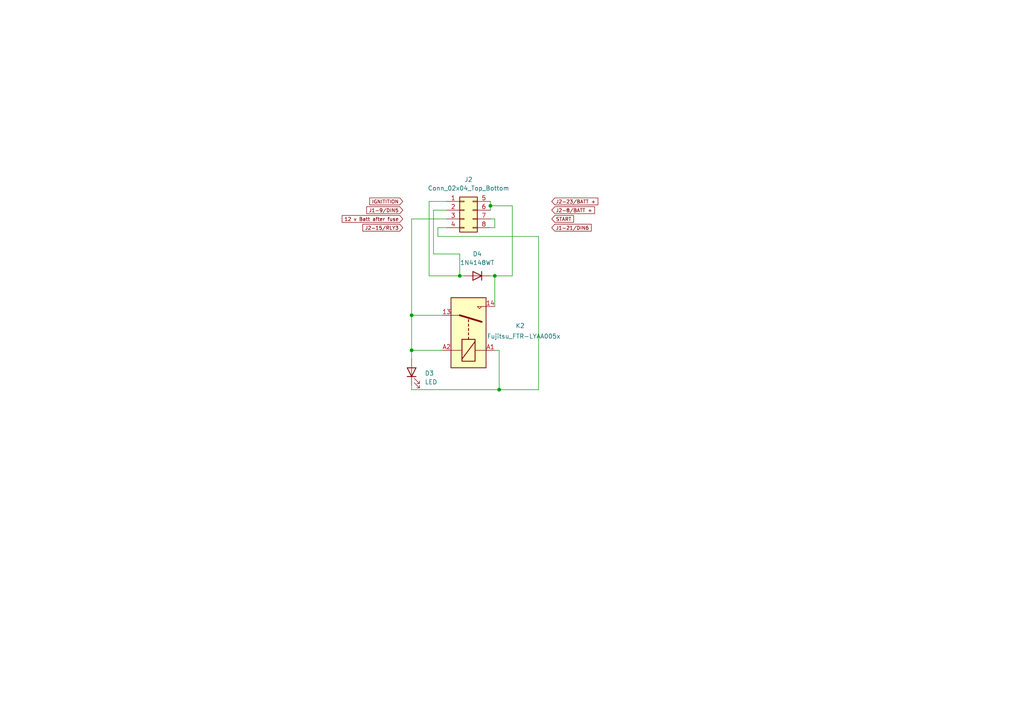
<source format=kicad_sch>
(kicad_sch
	(version 20250114)
	(generator "eeschema")
	(generator_version "9.0")
	(uuid "ebcb2ccb-4863-4173-81fe-bacb30ed690a")
	(paper "A4")
	(lib_symbols
		(symbol "Connector_Generic:Conn_02x04_Top_Bottom"
			(pin_names
				(offset 1.016)
				(hide yes)
			)
			(exclude_from_sim no)
			(in_bom yes)
			(on_board yes)
			(property "Reference" "J"
				(at 1.27 5.08 0)
				(effects
					(font
						(size 1.27 1.27)
					)
				)
			)
			(property "Value" "Conn_02x04_Top_Bottom"
				(at 1.27 -7.62 0)
				(effects
					(font
						(size 1.27 1.27)
					)
				)
			)
			(property "Footprint" ""
				(at 0 0 0)
				(effects
					(font
						(size 1.27 1.27)
					)
					(hide yes)
				)
			)
			(property "Datasheet" "~"
				(at 0 0 0)
				(effects
					(font
						(size 1.27 1.27)
					)
					(hide yes)
				)
			)
			(property "Description" "Generic connector, double row, 02x04, top/bottom pin numbering scheme (row 1: 1...pins_per_row, row2: pins_per_row+1 ... num_pins), script generated (kicad-library-utils/schlib/autogen/connector/)"
				(at 0 0 0)
				(effects
					(font
						(size 1.27 1.27)
					)
					(hide yes)
				)
			)
			(property "ki_keywords" "connector"
				(at 0 0 0)
				(effects
					(font
						(size 1.27 1.27)
					)
					(hide yes)
				)
			)
			(property "ki_fp_filters" "Connector*:*_2x??_*"
				(at 0 0 0)
				(effects
					(font
						(size 1.27 1.27)
					)
					(hide yes)
				)
			)
			(symbol "Conn_02x04_Top_Bottom_1_1"
				(rectangle
					(start -1.27 3.81)
					(end 3.81 -6.35)
					(stroke
						(width 0.254)
						(type default)
					)
					(fill
						(type background)
					)
				)
				(rectangle
					(start -1.27 2.667)
					(end 0 2.413)
					(stroke
						(width 0.1524)
						(type default)
					)
					(fill
						(type none)
					)
				)
				(rectangle
					(start -1.27 0.127)
					(end 0 -0.127)
					(stroke
						(width 0.1524)
						(type default)
					)
					(fill
						(type none)
					)
				)
				(rectangle
					(start -1.27 -2.413)
					(end 0 -2.667)
					(stroke
						(width 0.1524)
						(type default)
					)
					(fill
						(type none)
					)
				)
				(rectangle
					(start -1.27 -4.953)
					(end 0 -5.207)
					(stroke
						(width 0.1524)
						(type default)
					)
					(fill
						(type none)
					)
				)
				(rectangle
					(start 3.81 2.667)
					(end 2.54 2.413)
					(stroke
						(width 0.1524)
						(type default)
					)
					(fill
						(type none)
					)
				)
				(rectangle
					(start 3.81 0.127)
					(end 2.54 -0.127)
					(stroke
						(width 0.1524)
						(type default)
					)
					(fill
						(type none)
					)
				)
				(rectangle
					(start 3.81 -2.413)
					(end 2.54 -2.667)
					(stroke
						(width 0.1524)
						(type default)
					)
					(fill
						(type none)
					)
				)
				(rectangle
					(start 3.81 -4.953)
					(end 2.54 -5.207)
					(stroke
						(width 0.1524)
						(type default)
					)
					(fill
						(type none)
					)
				)
				(pin passive line
					(at -5.08 2.54 0)
					(length 3.81)
					(name "Pin_1"
						(effects
							(font
								(size 1.27 1.27)
							)
						)
					)
					(number "1"
						(effects
							(font
								(size 1.27 1.27)
							)
						)
					)
				)
				(pin passive line
					(at -5.08 0 0)
					(length 3.81)
					(name "Pin_2"
						(effects
							(font
								(size 1.27 1.27)
							)
						)
					)
					(number "2"
						(effects
							(font
								(size 1.27 1.27)
							)
						)
					)
				)
				(pin passive line
					(at -5.08 -2.54 0)
					(length 3.81)
					(name "Pin_3"
						(effects
							(font
								(size 1.27 1.27)
							)
						)
					)
					(number "3"
						(effects
							(font
								(size 1.27 1.27)
							)
						)
					)
				)
				(pin passive line
					(at -5.08 -5.08 0)
					(length 3.81)
					(name "Pin_4"
						(effects
							(font
								(size 1.27 1.27)
							)
						)
					)
					(number "4"
						(effects
							(font
								(size 1.27 1.27)
							)
						)
					)
				)
				(pin passive line
					(at 7.62 2.54 180)
					(length 3.81)
					(name "Pin_5"
						(effects
							(font
								(size 1.27 1.27)
							)
						)
					)
					(number "5"
						(effects
							(font
								(size 1.27 1.27)
							)
						)
					)
				)
				(pin passive line
					(at 7.62 0 180)
					(length 3.81)
					(name "Pin_6"
						(effects
							(font
								(size 1.27 1.27)
							)
						)
					)
					(number "6"
						(effects
							(font
								(size 1.27 1.27)
							)
						)
					)
				)
				(pin passive line
					(at 7.62 -2.54 180)
					(length 3.81)
					(name "Pin_7"
						(effects
							(font
								(size 1.27 1.27)
							)
						)
					)
					(number "7"
						(effects
							(font
								(size 1.27 1.27)
							)
						)
					)
				)
				(pin passive line
					(at 7.62 -5.08 180)
					(length 3.81)
					(name "Pin_8"
						(effects
							(font
								(size 1.27 1.27)
							)
						)
					)
					(number "8"
						(effects
							(font
								(size 1.27 1.27)
							)
						)
					)
				)
			)
			(embedded_fonts no)
		)
		(symbol "Device:LED"
			(pin_numbers
				(hide yes)
			)
			(pin_names
				(offset 1.016)
				(hide yes)
			)
			(exclude_from_sim no)
			(in_bom yes)
			(on_board yes)
			(property "Reference" "D"
				(at 0 2.54 0)
				(effects
					(font
						(size 1.27 1.27)
					)
				)
			)
			(property "Value" "LED"
				(at 0 -2.54 0)
				(effects
					(font
						(size 1.27 1.27)
					)
				)
			)
			(property "Footprint" ""
				(at 0 0 0)
				(effects
					(font
						(size 1.27 1.27)
					)
					(hide yes)
				)
			)
			(property "Datasheet" "~"
				(at 0 0 0)
				(effects
					(font
						(size 1.27 1.27)
					)
					(hide yes)
				)
			)
			(property "Description" "Light emitting diode"
				(at 0 0 0)
				(effects
					(font
						(size 1.27 1.27)
					)
					(hide yes)
				)
			)
			(property "Sim.Pins" "1=K 2=A"
				(at 0 0 0)
				(effects
					(font
						(size 1.27 1.27)
					)
					(hide yes)
				)
			)
			(property "ki_keywords" "LED diode"
				(at 0 0 0)
				(effects
					(font
						(size 1.27 1.27)
					)
					(hide yes)
				)
			)
			(property "ki_fp_filters" "LED* LED_SMD:* LED_THT:*"
				(at 0 0 0)
				(effects
					(font
						(size 1.27 1.27)
					)
					(hide yes)
				)
			)
			(symbol "LED_0_1"
				(polyline
					(pts
						(xy -3.048 -0.762) (xy -4.572 -2.286) (xy -3.81 -2.286) (xy -4.572 -2.286) (xy -4.572 -1.524)
					)
					(stroke
						(width 0)
						(type default)
					)
					(fill
						(type none)
					)
				)
				(polyline
					(pts
						(xy -1.778 -0.762) (xy -3.302 -2.286) (xy -2.54 -2.286) (xy -3.302 -2.286) (xy -3.302 -1.524)
					)
					(stroke
						(width 0)
						(type default)
					)
					(fill
						(type none)
					)
				)
				(polyline
					(pts
						(xy -1.27 0) (xy 1.27 0)
					)
					(stroke
						(width 0)
						(type default)
					)
					(fill
						(type none)
					)
				)
				(polyline
					(pts
						(xy -1.27 -1.27) (xy -1.27 1.27)
					)
					(stroke
						(width 0.254)
						(type default)
					)
					(fill
						(type none)
					)
				)
				(polyline
					(pts
						(xy 1.27 -1.27) (xy 1.27 1.27) (xy -1.27 0) (xy 1.27 -1.27)
					)
					(stroke
						(width 0.254)
						(type default)
					)
					(fill
						(type none)
					)
				)
			)
			(symbol "LED_1_1"
				(pin passive line
					(at -3.81 0 0)
					(length 2.54)
					(name "K"
						(effects
							(font
								(size 1.27 1.27)
							)
						)
					)
					(number "1"
						(effects
							(font
								(size 1.27 1.27)
							)
						)
					)
				)
				(pin passive line
					(at 3.81 0 180)
					(length 2.54)
					(name "A"
						(effects
							(font
								(size 1.27 1.27)
							)
						)
					)
					(number "2"
						(effects
							(font
								(size 1.27 1.27)
							)
						)
					)
				)
			)
			(embedded_fonts no)
		)
		(symbol "Diode:1N4148WT"
			(pin_numbers
				(hide yes)
			)
			(pin_names
				(hide yes)
			)
			(exclude_from_sim no)
			(in_bom yes)
			(on_board yes)
			(property "Reference" "D"
				(at 0 2.54 0)
				(effects
					(font
						(size 1.27 1.27)
					)
				)
			)
			(property "Value" "1N4148WT"
				(at 0 -2.54 0)
				(effects
					(font
						(size 1.27 1.27)
					)
				)
			)
			(property "Footprint" "Diode_SMD:D_SOD-523"
				(at 0 -4.445 0)
				(effects
					(font
						(size 1.27 1.27)
					)
					(hide yes)
				)
			)
			(property "Datasheet" "https://www.diodes.com/assets/Datasheets/ds30396.pdf"
				(at 0 0 0)
				(effects
					(font
						(size 1.27 1.27)
					)
					(hide yes)
				)
			)
			(property "Description" "75V 0.15A Fast switching Diode, SOD-523"
				(at 0 0 0)
				(effects
					(font
						(size 1.27 1.27)
					)
					(hide yes)
				)
			)
			(property "Sim.Device" "D"
				(at 0 0 0)
				(effects
					(font
						(size 1.27 1.27)
					)
					(hide yes)
				)
			)
			(property "Sim.Pins" "1=K 2=A"
				(at 0 0 0)
				(effects
					(font
						(size 1.27 1.27)
					)
					(hide yes)
				)
			)
			(property "ki_keywords" "diode"
				(at 0 0 0)
				(effects
					(font
						(size 1.27 1.27)
					)
					(hide yes)
				)
			)
			(property "ki_fp_filters" "D*SOD?523*"
				(at 0 0 0)
				(effects
					(font
						(size 1.27 1.27)
					)
					(hide yes)
				)
			)
			(symbol "1N4148WT_0_1"
				(polyline
					(pts
						(xy -1.27 1.27) (xy -1.27 -1.27)
					)
					(stroke
						(width 0.254)
						(type default)
					)
					(fill
						(type none)
					)
				)
				(polyline
					(pts
						(xy 1.27 1.27) (xy 1.27 -1.27) (xy -1.27 0) (xy 1.27 1.27)
					)
					(stroke
						(width 0.254)
						(type default)
					)
					(fill
						(type none)
					)
				)
				(polyline
					(pts
						(xy 1.27 0) (xy -1.27 0)
					)
					(stroke
						(width 0)
						(type default)
					)
					(fill
						(type none)
					)
				)
			)
			(symbol "1N4148WT_1_1"
				(pin passive line
					(at -3.81 0 0)
					(length 2.54)
					(name "K"
						(effects
							(font
								(size 1.27 1.27)
							)
						)
					)
					(number "1"
						(effects
							(font
								(size 1.27 1.27)
							)
						)
					)
				)
				(pin passive line
					(at 3.81 0 180)
					(length 2.54)
					(name "A"
						(effects
							(font
								(size 1.27 1.27)
							)
						)
					)
					(number "2"
						(effects
							(font
								(size 1.27 1.27)
							)
						)
					)
				)
			)
			(embedded_fonts no)
		)
		(symbol "Relay:Fujitsu_FTR-LYAA005x"
			(exclude_from_sim no)
			(in_bom yes)
			(on_board yes)
			(property "Reference" "K"
				(at 11.43 3.81 0)
				(effects
					(font
						(size 1.27 1.27)
					)
					(justify left)
				)
			)
			(property "Value" "Fujitsu_FTR-LYAA005x"
				(at 11.43 1.27 0)
				(effects
					(font
						(size 1.27 1.27)
					)
					(justify left)
				)
			)
			(property "Footprint" "Relay_THT:Relay_SPST-NO_Fujitsu_FTR-LYAA005x_FormA_Vertical"
				(at 11.43 -1.27 0)
				(effects
					(font
						(size 1.27 1.27)
					)
					(justify left)
					(hide yes)
				)
			)
			(property "Datasheet" "https://www.fujitsu.com/sg/imagesgig5/ftr-ly.pdf"
				(at 17.78 -3.81 0)
				(effects
					(font
						(size 1.27 1.27)
					)
					(justify left)
					(hide yes)
				)
			)
			(property "Description" "Relay, SPST Form A, vertical mount, 5-60V coil, 6A, 250VAC, 28 x 5 x 15mm"
				(at 0 0 0)
				(effects
					(font
						(size 1.27 1.27)
					)
					(hide yes)
				)
			)
			(property "ki_keywords" "6A SPST-NO Relay"
				(at 0 0 0)
				(effects
					(font
						(size 1.27 1.27)
					)
					(hide yes)
				)
			)
			(property "ki_fp_filters" "Relay*Fujitsu*FTR?LYA*"
				(at 0 0 0)
				(effects
					(font
						(size 1.27 1.27)
					)
					(hide yes)
				)
			)
			(symbol "Fujitsu_FTR-LYAA005x_0_0"
				(polyline
					(pts
						(xy 7.62 5.08) (xy 7.62 2.54) (xy 6.985 3.175) (xy 7.62 3.81)
					)
					(stroke
						(width 0)
						(type default)
					)
					(fill
						(type none)
					)
				)
			)
			(symbol "Fujitsu_FTR-LYAA005x_0_1"
				(rectangle
					(start -10.16 5.08)
					(end 10.16 -5.08)
					(stroke
						(width 0.254)
						(type default)
					)
					(fill
						(type background)
					)
				)
				(rectangle
					(start -8.255 1.905)
					(end -1.905 -1.905)
					(stroke
						(width 0.254)
						(type default)
					)
					(fill
						(type none)
					)
				)
				(polyline
					(pts
						(xy -7.62 -1.905) (xy -2.54 1.905)
					)
					(stroke
						(width 0.254)
						(type default)
					)
					(fill
						(type none)
					)
				)
				(polyline
					(pts
						(xy -5.08 5.08) (xy -5.08 1.905)
					)
					(stroke
						(width 0)
						(type default)
					)
					(fill
						(type none)
					)
				)
				(polyline
					(pts
						(xy -5.08 -5.08) (xy -5.08 -1.905)
					)
					(stroke
						(width 0)
						(type default)
					)
					(fill
						(type none)
					)
				)
				(polyline
					(pts
						(xy -1.905 0) (xy -1.27 0)
					)
					(stroke
						(width 0.254)
						(type default)
					)
					(fill
						(type none)
					)
				)
				(polyline
					(pts
						(xy -0.635 0) (xy 0 0)
					)
					(stroke
						(width 0.254)
						(type default)
					)
					(fill
						(type none)
					)
				)
				(polyline
					(pts
						(xy 0.635 0) (xy 1.27 0)
					)
					(stroke
						(width 0.254)
						(type default)
					)
					(fill
						(type none)
					)
				)
				(polyline
					(pts
						(xy 1.905 0) (xy 2.54 0)
					)
					(stroke
						(width 0.254)
						(type default)
					)
					(fill
						(type none)
					)
				)
				(polyline
					(pts
						(xy 3.175 0) (xy 3.81 0)
					)
					(stroke
						(width 0.254)
						(type default)
					)
					(fill
						(type none)
					)
				)
				(polyline
					(pts
						(xy 5.08 -2.54) (xy 3.175 3.81)
					)
					(stroke
						(width 0.508)
						(type default)
					)
					(fill
						(type none)
					)
				)
				(polyline
					(pts
						(xy 5.08 -2.54) (xy 5.08 -5.08)
					)
					(stroke
						(width 0)
						(type default)
					)
					(fill
						(type none)
					)
				)
			)
			(symbol "Fujitsu_FTR-LYAA005x_1_1"
				(pin passive line
					(at -5.08 7.62 270)
					(length 2.54)
					(name "~"
						(effects
							(font
								(size 1.27 1.27)
							)
						)
					)
					(number "A1"
						(effects
							(font
								(size 1.27 1.27)
							)
						)
					)
				)
				(pin passive line
					(at -5.08 -7.62 90)
					(length 2.54)
					(name "~"
						(effects
							(font
								(size 1.27 1.27)
							)
						)
					)
					(number "A2"
						(effects
							(font
								(size 1.27 1.27)
							)
						)
					)
				)
				(pin passive line
					(at 5.08 -7.62 90)
					(length 2.54)
					(name "~"
						(effects
							(font
								(size 1.27 1.27)
							)
						)
					)
					(number "13"
						(effects
							(font
								(size 1.27 1.27)
							)
						)
					)
				)
				(pin passive line
					(at 7.62 7.62 270)
					(length 2.54)
					(name "~"
						(effects
							(font
								(size 1.27 1.27)
							)
						)
					)
					(number "14"
						(effects
							(font
								(size 1.27 1.27)
							)
						)
					)
				)
			)
			(embedded_fonts no)
		)
	)
	(junction
		(at 119.38 91.44)
		(diameter 0)
		(color 0 0 0 0)
		(uuid "2369acbb-09d6-4a36-8b9d-2feaa9c79f68")
	)
	(junction
		(at 144.78 113.03)
		(diameter 0)
		(color 0 0 0 0)
		(uuid "53238d44-2abd-499a-887f-32361ecaddd9")
	)
	(junction
		(at 133.35 80.01)
		(diameter 0)
		(color 0 0 0 0)
		(uuid "59e54f04-4894-4149-9a36-62cb26dc159a")
	)
	(junction
		(at 143.51 80.01)
		(diameter 0)
		(color 0 0 0 0)
		(uuid "5feb7243-011e-4aba-8d15-81d52702b51f")
	)
	(junction
		(at 119.38 101.6)
		(diameter 0)
		(color 0 0 0 0)
		(uuid "e4f107f1-febc-4962-bfec-094e2eb7d9b4")
	)
	(junction
		(at 142.24 59.69)
		(diameter 0)
		(color 0 0 0 0)
		(uuid "f8652be6-3cdf-4669-b6a7-bd67d8c0e44d")
	)
	(wire
		(pts
			(xy 133.35 80.01) (xy 124.46 80.01)
		)
		(stroke
			(width 0)
			(type default)
		)
		(uuid "06ad92d1-48a7-4812-9be6-2de5a9b3ad3e")
	)
	(wire
		(pts
			(xy 143.51 66.04) (xy 142.24 66.04)
		)
		(stroke
			(width 0)
			(type default)
		)
		(uuid "0a57747f-9301-46c0-a0fb-e074eeb58a96")
	)
	(wire
		(pts
			(xy 119.38 101.6) (xy 119.38 104.14)
		)
		(stroke
			(width 0)
			(type default)
		)
		(uuid "114440d2-7183-40c0-9672-4d29c749125d")
	)
	(wire
		(pts
			(xy 144.78 113.03) (xy 156.21 113.03)
		)
		(stroke
			(width 0)
			(type default)
		)
		(uuid "18f2e6c4-40ea-4ac2-960a-201f39fda929")
	)
	(wire
		(pts
			(xy 142.24 80.01) (xy 143.51 80.01)
		)
		(stroke
			(width 0)
			(type default)
		)
		(uuid "196dde7d-7c2d-45b0-b366-e58ea93b2a67")
	)
	(wire
		(pts
			(xy 119.38 101.6) (xy 128.27 101.6)
		)
		(stroke
			(width 0)
			(type default)
		)
		(uuid "2b15bde1-a07e-4b71-97d9-ae28d0f25fb4")
	)
	(wire
		(pts
			(xy 143.51 101.6) (xy 144.78 101.6)
		)
		(stroke
			(width 0)
			(type default)
		)
		(uuid "2ee1f32a-6312-4061-9786-7026875c6700")
	)
	(wire
		(pts
			(xy 142.24 58.42) (xy 142.24 59.69)
		)
		(stroke
			(width 0)
			(type default)
		)
		(uuid "30aadbbf-0b81-4f0d-bcb6-51086b200fac")
	)
	(wire
		(pts
			(xy 142.24 63.5) (xy 143.51 63.5)
		)
		(stroke
			(width 0)
			(type default)
		)
		(uuid "31614241-c3c1-4623-9b2e-a440ea801a5d")
	)
	(wire
		(pts
			(xy 143.51 63.5) (xy 143.51 66.04)
		)
		(stroke
			(width 0)
			(type default)
		)
		(uuid "363de414-c6ab-4f77-a9c5-6b41a94ba0db")
	)
	(wire
		(pts
			(xy 142.24 59.69) (xy 148.59 59.69)
		)
		(stroke
			(width 0)
			(type default)
		)
		(uuid "4b4ebb56-e189-4896-82a7-56d9d2b29a83")
	)
	(wire
		(pts
			(xy 127 68.58) (xy 127 66.04)
		)
		(stroke
			(width 0)
			(type default)
		)
		(uuid "59c06d19-3fc0-40bf-8943-f54bf70496df")
	)
	(wire
		(pts
			(xy 143.51 80.01) (xy 148.59 80.01)
		)
		(stroke
			(width 0)
			(type default)
		)
		(uuid "61237c2d-d676-48fc-9641-4e19a90baa28")
	)
	(wire
		(pts
			(xy 124.46 58.42) (xy 124.46 80.01)
		)
		(stroke
			(width 0)
			(type default)
		)
		(uuid "6cf27565-49cc-47c3-b474-925c941e37e5")
	)
	(wire
		(pts
			(xy 133.35 80.01) (xy 134.62 80.01)
		)
		(stroke
			(width 0)
			(type default)
		)
		(uuid "6fa10f01-3c31-4e2d-ab9b-b51e59e74076")
	)
	(wire
		(pts
			(xy 143.51 80.01) (xy 143.51 88.9)
		)
		(stroke
			(width 0)
			(type default)
		)
		(uuid "7a93c502-61fe-45a7-9846-46b5a7ce2cd0")
	)
	(wire
		(pts
			(xy 127 66.04) (xy 129.54 66.04)
		)
		(stroke
			(width 0)
			(type default)
		)
		(uuid "864bdc14-7af7-49c6-8ca2-e3d26c82dd68")
	)
	(wire
		(pts
			(xy 119.38 91.44) (xy 119.38 63.5)
		)
		(stroke
			(width 0)
			(type default)
		)
		(uuid "9398ba2e-c16b-4746-a077-576f329c5081")
	)
	(wire
		(pts
			(xy 142.24 59.69) (xy 142.24 60.96)
		)
		(stroke
			(width 0)
			(type default)
		)
		(uuid "99066fc0-59dd-4ac1-a161-dcbd829f8f75")
	)
	(wire
		(pts
			(xy 119.38 63.5) (xy 129.54 63.5)
		)
		(stroke
			(width 0)
			(type default)
		)
		(uuid "9e00571e-24e9-4136-af16-8c9d455f3d48")
	)
	(wire
		(pts
			(xy 119.38 113.03) (xy 144.78 113.03)
		)
		(stroke
			(width 0)
			(type default)
		)
		(uuid "9ea801a2-3ee4-464d-8a10-ff976ddc85c5")
	)
	(wire
		(pts
			(xy 124.46 58.42) (xy 129.54 58.42)
		)
		(stroke
			(width 0)
			(type default)
		)
		(uuid "a43d5d20-be08-4e80-a204-551497a81146")
	)
	(wire
		(pts
			(xy 156.21 113.03) (xy 156.21 68.58)
		)
		(stroke
			(width 0)
			(type default)
		)
		(uuid "a9be4ec4-635b-4e47-aa0b-6d2801d05940")
	)
	(wire
		(pts
			(xy 133.35 80.01) (xy 133.35 73.66)
		)
		(stroke
			(width 0)
			(type default)
		)
		(uuid "aba34959-7df6-4fe9-b9b1-0157ac307355")
	)
	(wire
		(pts
			(xy 156.21 68.58) (xy 127 68.58)
		)
		(stroke
			(width 0)
			(type default)
		)
		(uuid "abfeda1b-e51b-4016-a768-573c5ea717e7")
	)
	(wire
		(pts
			(xy 125.73 73.66) (xy 125.73 60.96)
		)
		(stroke
			(width 0)
			(type default)
		)
		(uuid "b2a7376a-3aa2-464f-a97f-bd86e384181b")
	)
	(wire
		(pts
			(xy 119.38 111.76) (xy 119.38 113.03)
		)
		(stroke
			(width 0)
			(type default)
		)
		(uuid "d64d4317-eec6-420d-a4fe-1b157e2f78e1")
	)
	(wire
		(pts
			(xy 119.38 91.44) (xy 128.27 91.44)
		)
		(stroke
			(width 0)
			(type default)
		)
		(uuid "d6c494a5-d6f2-4e38-a9af-e0564bded005")
	)
	(wire
		(pts
			(xy 144.78 101.6) (xy 144.78 113.03)
		)
		(stroke
			(width 0)
			(type default)
		)
		(uuid "f0da6c30-bd24-4f25-9337-6cffc46a796d")
	)
	(wire
		(pts
			(xy 148.59 59.69) (xy 148.59 80.01)
		)
		(stroke
			(width 0)
			(type default)
		)
		(uuid "f73a63de-d7d9-4af8-9216-cd838ec7abbb")
	)
	(wire
		(pts
			(xy 125.73 60.96) (xy 129.54 60.96)
		)
		(stroke
			(width 0)
			(type default)
		)
		(uuid "f9c54607-eb28-45e1-95ec-5006ecf36b5b")
	)
	(wire
		(pts
			(xy 125.73 73.66) (xy 133.35 73.66)
		)
		(stroke
			(width 0)
			(type default)
		)
		(uuid "fc0b8830-86cf-435a-b06b-d563a143909d")
	)
	(wire
		(pts
			(xy 119.38 91.44) (xy 119.38 101.6)
		)
		(stroke
			(width 0)
			(type default)
		)
		(uuid "ff3d9a90-c532-4617-b15c-32d2a9edf957")
	)
	(global_label "J1-9{slash}DIN5"
		(shape input)
		(at 116.84 60.96 180)
		(fields_autoplaced yes)
		(effects
			(font
				(size 1.016 1.016)
			)
			(justify right)
		)
		(uuid "1d98eefa-88e9-48f2-8fd1-4c140931aef4")
		(property "Intersheetrefs" "${INTERSHEET_REFS}"
			(at 105.8887 60.96 0)
			(effects
				(font
					(size 1.27 1.27)
				)
				(justify right)
				(hide yes)
			)
		)
	)
	(global_label "J1-21{slash}DIN6"
		(shape input)
		(at 160.02 66.04 0)
		(fields_autoplaced yes)
		(effects
			(font
				(size 1.016 1.016)
			)
			(justify left)
		)
		(uuid "382ad85c-b28a-4b56-89e3-1b728005b501")
		(property "Intersheetrefs" "${INTERSHEET_REFS}"
			(at 171.9389 66.04 0)
			(effects
				(font
					(size 1.27 1.27)
				)
				(justify left)
				(hide yes)
			)
		)
	)
	(global_label "IGNITITION"
		(shape input)
		(at 116.84 58.42 180)
		(fields_autoplaced yes)
		(effects
			(font
				(size 1.016 1.016)
			)
			(justify right)
		)
		(uuid "513343de-95fa-4155-b608-06c02d86e807")
		(property "Intersheetrefs" "${INTERSHEET_REFS}"
			(at 106.7595 58.42 0)
			(effects
				(font
					(size 1.27 1.27)
				)
				(justify right)
				(hide yes)
			)
		)
	)
	(global_label "J2-15{slash}RLY3"
		(shape input)
		(at 116.84 66.04 180)
		(fields_autoplaced yes)
		(effects
			(font
				(size 1.016 1.016)
			)
			(justify right)
		)
		(uuid "54cc253e-349e-4cd6-bc81-948444849815")
		(property "Intersheetrefs" "${INTERSHEET_REFS}"
			(at 104.7759 66.04 0)
			(effects
				(font
					(size 1.27 1.27)
				)
				(justify right)
				(hide yes)
			)
		)
	)
	(global_label "START"
		(shape input)
		(at 160.02 63.5 0)
		(fields_autoplaced yes)
		(effects
			(font
				(size 1.016 1.016)
			)
			(justify left)
		)
		(uuid "6c27ebc5-4bdd-4926-bf39-ce6ec3eea5c9")
		(property "Intersheetrefs" "${INTERSHEET_REFS}"
			(at 166.8106 63.5 0)
			(effects
				(font
					(size 1.27 1.27)
				)
				(justify left)
				(hide yes)
			)
		)
	)
	(global_label "12 v Batt after fuse"
		(shape input)
		(at 116.84 63.5 180)
		(fields_autoplaced yes)
		(effects
			(font
				(size 1.016 1.016)
			)
			(justify right)
		)
		(uuid "b5c8abbf-3f77-4eaa-ba46-46cca5ac9862")
		(property "Intersheetrefs" "${INTERSHEET_REFS}"
			(at 98.7765 63.5 0)
			(effects
				(font
					(size 1.27 1.27)
				)
				(justify right)
				(hide yes)
			)
		)
	)
	(global_label "J2-8{slash}BATT +"
		(shape input)
		(at 160.02 60.96 0)
		(fields_autoplaced yes)
		(effects
			(font
				(size 1.016 1.016)
			)
			(justify left)
		)
		(uuid "b6484fc4-e181-448d-b00a-008df41feae0")
		(property "Intersheetrefs" "${INTERSHEET_REFS}"
			(at 172.9066 60.96 0)
			(effects
				(font
					(size 1.27 1.27)
				)
				(justify left)
				(hide yes)
			)
		)
	)
	(global_label "J2-23{slash}BATT +"
		(shape input)
		(at 160.02 58.42 0)
		(fields_autoplaced yes)
		(effects
			(font
				(size 1.016 1.016)
			)
			(justify left)
		)
		(uuid "bd7ebbc5-87ed-4b24-9f02-331113959ffc")
		(property "Intersheetrefs" "${INTERSHEET_REFS}"
			(at 173.8742 58.42 0)
			(effects
				(font
					(size 1.27 1.27)
				)
				(justify left)
				(hide yes)
			)
		)
	)
	(symbol
		(lib_id "Connector_Generic:Conn_02x04_Top_Bottom")
		(at 134.62 60.96 0)
		(unit 1)
		(exclude_from_sim no)
		(in_bom yes)
		(on_board yes)
		(dnp no)
		(fields_autoplaced yes)
		(uuid "345034cf-a6d2-4382-bcc5-1881e46ba68a")
		(property "Reference" "J2"
			(at 135.89 52.07 0)
			(effects
				(font
					(size 1.27 1.27)
				)
			)
		)
		(property "Value" "Conn_02x04_Top_Bottom"
			(at 135.89 54.61 0)
			(effects
				(font
					(size 1.27 1.27)
				)
			)
		)
		(property "Footprint" "Connector_Molex:Molex_Mini-Fit_Jr_5566-08A2_2x04_P4.20mm_Vertical"
			(at 134.62 60.96 0)
			(effects
				(font
					(size 1.27 1.27)
				)
				(hide yes)
			)
		)
		(property "Datasheet" "~"
			(at 134.62 60.96 0)
			(effects
				(font
					(size 1.27 1.27)
				)
				(hide yes)
			)
		)
		(property "Description" "Generic connector, double row, 02x04, top/bottom pin numbering scheme (row 1: 1...pins_per_row, row2: pins_per_row+1 ... num_pins), script generated (kicad-library-utils/schlib/autogen/connector/)"
			(at 134.62 60.96 0)
			(effects
				(font
					(size 1.27 1.27)
				)
				(hide yes)
			)
		)
		(pin "6"
			(uuid "373a3aa6-945b-4fcd-9885-64328d335392")
		)
		(pin "7"
			(uuid "6731d131-c40c-46c6-9607-2b325bf4267f")
		)
		(pin "8"
			(uuid "6c67778e-9838-4c54-a8b8-8499880668c9")
		)
		(pin "4"
			(uuid "f36d5ed3-8776-4612-8d7a-d678f99bdc2b")
		)
		(pin "2"
			(uuid "3a1e4266-6965-40ab-bc9a-c653be37b47b")
		)
		(pin "5"
			(uuid "e62eb756-8378-4fd0-85af-c5899fddf812")
		)
		(pin "1"
			(uuid "a58d2311-c13c-49ff-8a02-aeb81a74916d")
		)
		(pin "3"
			(uuid "997e2f07-09ea-4ed4-930e-2c1b9a30dbfe")
		)
		(instances
			(project "Motor Controller Small starter pcb"
				(path "/ebcb2ccb-4863-4173-81fe-bacb30ed690a"
					(reference "J2")
					(unit 1)
				)
			)
		)
	)
	(symbol
		(lib_id "Relay:Fujitsu_FTR-LYAA005x")
		(at 135.89 96.52 270)
		(mirror x)
		(unit 1)
		(exclude_from_sim no)
		(in_bom yes)
		(on_board yes)
		(dnp no)
		(uuid "7cc6cd94-1ee2-4bdb-8d17-0d6ccb37b4a5")
		(property "Reference" "K2"
			(at 150.876 94.488 90)
			(effects
				(font
					(size 1.27 1.27)
				)
			)
		)
		(property "Value" "Fujitsu_FTR-LYAA005x"
			(at 151.892 97.536 90)
			(effects
				(font
					(size 1.27 1.27)
				)
			)
		)
		(property "Footprint" "Relay_THT:Relay_SPST-NO_Fujitsu_FTR-LYAA005x_FormA_Vertical"
			(at 134.62 85.09 0)
			(effects
				(font
					(size 1.27 1.27)
				)
				(justify left)
				(hide yes)
			)
		)
		(property "Datasheet" "https://www.fujitsu.com/sg/imagesgig5/ftr-ly.pdf"
			(at 132.08 78.74 0)
			(effects
				(font
					(size 1.27 1.27)
				)
				(justify left)
				(hide yes)
			)
		)
		(property "Description" "Relay, SPST Form A, vertical mount, 5-60V coil, 6A, 250VAC, 28 x 5 x 15mm"
			(at 135.89 96.52 0)
			(effects
				(font
					(size 1.27 1.27)
				)
				(hide yes)
			)
		)
		(pin "13"
			(uuid "d08b4965-e266-4346-a2df-3f06ab75e2cb")
		)
		(pin "A1"
			(uuid "be2ea65f-17b7-4196-a425-a8b4ba935e74")
		)
		(pin "14"
			(uuid "4302568d-ba65-443d-bf48-594c169c8a62")
		)
		(pin "A2"
			(uuid "72a60028-77fa-4a8c-993c-4c8d19da62ad")
		)
		(instances
			(project "Motor Controller Small starter pcb"
				(path "/ebcb2ccb-4863-4173-81fe-bacb30ed690a"
					(reference "K2")
					(unit 1)
				)
			)
		)
	)
	(symbol
		(lib_id "Diode:1N4148WT")
		(at 138.43 80.01 180)
		(unit 1)
		(exclude_from_sim no)
		(in_bom yes)
		(on_board yes)
		(dnp no)
		(fields_autoplaced yes)
		(uuid "89a15b03-3e0b-435d-a807-acacb8da140b")
		(property "Reference" "D4"
			(at 138.43 73.66 0)
			(effects
				(font
					(size 1.27 1.27)
				)
			)
		)
		(property "Value" "1N4148WT"
			(at 138.43 76.2 0)
			(effects
				(font
					(size 1.27 1.27)
				)
			)
		)
		(property "Footprint" "Diode_SMD:D_SOD-523"
			(at 138.43 75.565 0)
			(effects
				(font
					(size 1.27 1.27)
				)
				(hide yes)
			)
		)
		(property "Datasheet" "https://www.diodes.com/assets/Datasheets/ds30396.pdf"
			(at 138.43 80.01 0)
			(effects
				(font
					(size 1.27 1.27)
				)
				(hide yes)
			)
		)
		(property "Description" "75V 0.15A Fast switching Diode, SOD-523"
			(at 138.43 80.01 0)
			(effects
				(font
					(size 1.27 1.27)
				)
				(hide yes)
			)
		)
		(property "Sim.Device" "D"
			(at 138.43 80.01 0)
			(effects
				(font
					(size 1.27 1.27)
				)
				(hide yes)
			)
		)
		(property "Sim.Pins" "1=K 2=A"
			(at 138.43 80.01 0)
			(effects
				(font
					(size 1.27 1.27)
				)
				(hide yes)
			)
		)
		(pin "1"
			(uuid "91e88b5a-75b8-445f-92a1-d91e7e64b9cf")
		)
		(pin "2"
			(uuid "0b55dd06-edec-4081-a2b2-091ddb995cab")
		)
		(instances
			(project "Motor Controller Small starter pcb"
				(path "/ebcb2ccb-4863-4173-81fe-bacb30ed690a"
					(reference "D4")
					(unit 1)
				)
			)
		)
	)
	(symbol
		(lib_id "Device:LED")
		(at 119.38 107.95 90)
		(unit 1)
		(exclude_from_sim no)
		(in_bom yes)
		(on_board yes)
		(dnp no)
		(fields_autoplaced yes)
		(uuid "e345cd46-8a49-4821-ad38-9b59f97ef555")
		(property "Reference" "D3"
			(at 123.19 108.2674 90)
			(effects
				(font
					(size 1.27 1.27)
				)
				(justify right)
			)
		)
		(property "Value" "LED"
			(at 123.19 110.8074 90)
			(effects
				(font
					(size 1.27 1.27)
				)
				(justify right)
			)
		)
		(property "Footprint" "LED_THT:LED_D3.0mm"
			(at 119.38 107.95 0)
			(effects
				(font
					(size 1.27 1.27)
				)
				(hide yes)
			)
		)
		(property "Datasheet" "~"
			(at 119.38 107.95 0)
			(effects
				(font
					(size 1.27 1.27)
				)
				(hide yes)
			)
		)
		(property "Description" "Light emitting diode"
			(at 119.38 107.95 0)
			(effects
				(font
					(size 1.27 1.27)
				)
				(hide yes)
			)
		)
		(property "Sim.Pins" "1=K 2=A"
			(at 119.38 107.95 0)
			(effects
				(font
					(size 1.27 1.27)
				)
				(hide yes)
			)
		)
		(pin "1"
			(uuid "5c8f2836-1ddb-4afb-bff0-55695579e30e")
		)
		(pin "2"
			(uuid "6aa87939-cf19-4bbc-9dc4-2f8171bc6b7d")
		)
		(instances
			(project "Motor Controller Small starter pcb"
				(path "/ebcb2ccb-4863-4173-81fe-bacb30ed690a"
					(reference "D3")
					(unit 1)
				)
			)
		)
	)
	(sheet_instances
		(path "/"
			(page "1")
		)
	)
	(embedded_fonts no)
)

</source>
